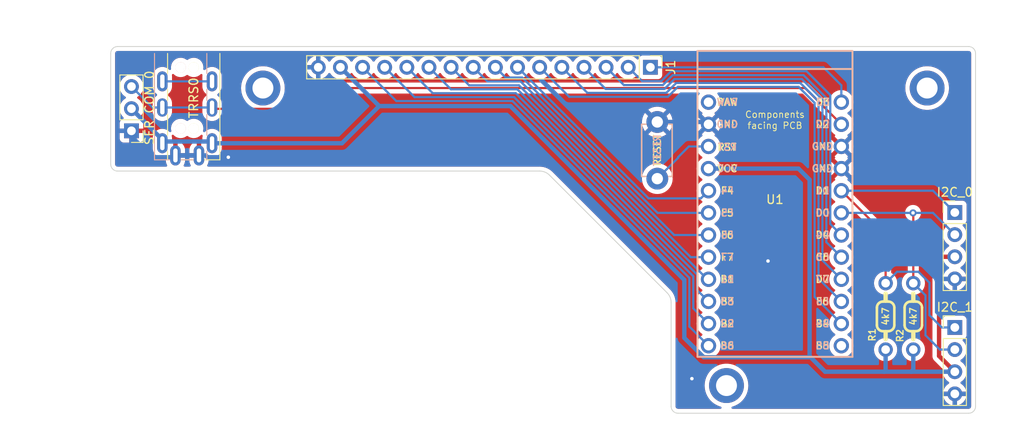
<source format=kicad_pcb>
(kicad_pcb (version 20240108) (generator "pcbnew") (generator_version "8.0")
  (layers (0 "F.Cu" signal) (31 "B.Cu" signal) (34 "B.Paste" user) (35 "F.Paste" user) (36 "B.SilkS" user "B.Silkscreen") (37 "F.SilkS" user "F.Silkscreen") (38 "B.Mask" user) (39 "F.Mask" user) (44 "Edge.Cuts" user))
  (net 0 "")
  (net 1 "Net-(SW_RST_0-Pad1)")
  (net 2 "Row0")
  (net 3 "I2C_SDA")
  (net 4 "I2C_SCL")
  (net 6 "Row1")
  (net 7 "Row2")
  (net 8 "Row3")
  (net 9 "Row4")
  (net 10 "LED_Ctrl")
  (net 11 "VCC")
  (net 12 "GND")
  (net 13 "Col0")
  (net 14 "Col1")
  (net 15 "Col2")
  (net 16 "Col3")
  (net 17 "Col4")
  (net 18 "Col5")
  (net 19 "Col6")
  (net 20 "Col7")
  (net 21 "Data")
  (net 22 "unconnected-(TRRS0-PadR2)")
  (footprint "Connector_PinHeader_2.54mm:PinHeader_1x04_P2.54mm_Vertical" (layer "F.Cu") (at 183.35625 50.79)
    (property "Reference" "I2C_0" (at 0 -2.33 0) (layer "F.SilkS"))
    (property "Value" "Conn_01x04_Female")
    (fp_line (start -1.33 -1.33) (end 0 -1.33) (stroke (width 0.12)) (layer "F.SilkS"))
    (fp_line (start -1.33 0) (end -1.33 -1.33) (stroke (width 0.12)) (layer "F.SilkS"))
    (fp_line (start -1.33 1.27) (end -1.33 8.95) (stroke (width 0.12)) (layer "F.SilkS"))
    (fp_line (start -1.33 1.27) (end 1.33 1.27) (stroke (width 0.12)) (layer "F.SilkS"))
    (fp_line (start -1.33 8.95) (end 1.33 8.95) (stroke (width 0.12)) (layer "F.SilkS"))
    (fp_line (start 1.33 1.27) (end 1.33 8.95) (stroke (width 0.12)) (layer "F.SilkS"))
    (pad "1" thru_hole rect (at 0 0) (size 1.7 1.7) (drill 1) (layers "*.Cu" "*.Mask") (net 3 "I2C_SDA"))
    (pad "2" thru_hole oval (at 0 2.54) (size 1.7 1.7) (drill 1) (layers "*.Cu" "*.Mask") (net 4 "I2C_SCL"))
    (pad "3" thru_hole oval (at 0 5.08) (size 1.7 1.7) (drill 1) (layers "*.Cu" "*.Mask") (net 11 "VCC"))
    (pad "4" thru_hole oval (at 0 7.62) (size 1.7 1.7) (drill 1) (layers "*.Cu" "*.Mask") (net 12 "GND"))
  )
  (footprint "Connector_PinHeader_2.54mm:PinHeader_1x16_P2.54mm_Vertical" (layer "F.Cu") (at 148.43125 34.13125 -90)
    (property "Reference" "J1" (at 0 -2.33 -90) (layer "F.SilkS"))
    (property "Value" "Conn_01x14_Female")
    (fp_line (start -1.33 39.43) (end 1.33 39.43) (stroke (width 0.12)) (layer "F.SilkS"))
    (fp_line (start -1.33 1.27) (end -1.33 39.43) (stroke (width 0.12)) (layer "F.SilkS"))
    (fp_line (start -1.33 1.27) (end 1.33 1.27) (stroke (width 0.12)) (layer "F.SilkS"))
    (fp_line (start 1.33 1.27) (end 1.33 39.43) (stroke (width 0.12)) (layer "F.SilkS"))
    (fp_line (start -1.33 0) (end -1.33 -1.33) (stroke (width 0.12)) (layer "F.SilkS"))
    (fp_line (start -1.33 -1.33) (end 0 -1.33) (stroke (width 0.12)) (layer "F.SilkS"))
    (pad "1" thru_hole rect (at 0 0 270) (size 1.7 1.7) (drill 1) (layers "*.Cu" "*.Mask") (net 10 "LED_Ctrl"))
    (pad "2" thru_hole oval (at 0 2.54 270) (size 1.7 1.7) (drill 1) (layers "*.Cu" "*.Mask") (net 2 "Row0"))
    (pad "3" thru_hole oval (at 0 5.08 270) (size 1.7 1.7) (drill 1) (layers "*.Cu" "*.Mask") (net 6 "Row1"))
    (pad "4" thru_hole oval (at 0 7.62 270) (size 1.7 1.7) (drill 1) (layers "*.Cu" "*.Mask") (net 7 "Row2"))
    (pad "5" thru_hole oval (at 0 10.16 270) (size 1.7 1.7) (drill 1) (layers "*.Cu" "*.Mask") (net 8 "Row3"))
    (pad "6" thru_hole oval (at 0 12.7 270) (size 1.7 1.7) (drill 1) (layers "*.Cu" "*.Mask") (net 9 "Row4"))
    (pad "7" thru_hole oval (at 0 15.24 270) (size 1.7 1.7) (drill 1) (layers "*.Cu" "*.Mask") (net 13 "Col0"))
    (pad "8" thru_hole oval (at 0 17.78 270) (size 1.7 1.7) (drill 1) (layers "*.Cu" "*.Mask") (net 14 "Col1"))
    (pad "9" thru_hole oval (at 0 20.32 270) (size 1.7 1.7) (drill 1) (layers "*.Cu" "*.Mask") (net 15 "Col2"))
    (pad "10" thru_hole oval (at 0 22.86 270) (size 1.7 1.7) (drill 1) (layers "*.Cu" "*.Mask") (net 16 "Col3"))
    (pad "11" thru_hole oval (at 0 25.4 270) (size 1.7 1.7) (drill 1) (layers "*.Cu" "*.Mask") (net 17 "Col4"))
    (pad "12" thru_hole oval (at 0 27.94 270) (size 1.7 1.7) (drill 1) (layers "*.Cu" "*.Mask") (net 18 "Col5"))
    (pad "13" thru_hole oval (at 0 30.48 270) (size 1.7 1.7) (drill 1) (layers "*.Cu" "*.Mask") (net 19 "Col6"))
    (pad "14" thru_hole oval (at 0 33.02 270) (size 1.7 1.7) (drill 1) (layers "*.Cu" "*.Mask") (net 20 "Col7"))
    (pad "15" thru_hole oval (at 0 35.56 270) (size 1.7 1.7) (drill 1) (layers "*.Cu" "*.Mask") (net 11 "VCC"))
    (pad "16" thru_hole oval (at 0 38.1 270) (size 1.7 1.7) (drill 1) (layers "*.Cu" "*.Mask") (net 12 "GND"))
  )
  (footprint "Keyboard_Components:M2_Mountinghole" (layer "F.Cu") (at 180.18125 36.5125)
    (property "Reference" "H1" (hide yes))
    (property "Value" "MountingHole")
    (pad "" thru_hole circle (at 0 0) (size 4 4) (drill 2.4) (layers "*.Cu" "*.Mask"))
  )
  (footprint "Keyboard_Components:M2_Mountinghole" (layer "F.Cu") (at 103.98125 36.5125)
    (property "Reference" "H3" (hide yes))
    (property "Value" "MountingHole")
    (pad "" thru_hole circle (at 0 0) (size 4 4) (drill 2.4) (layers "*.Cu" "*.Mask"))
  )
  (footprint "Keyboard_Components:Pro_Micro_ComponentsFacingPCB" (layer "F.Cu") (at 162.71875 32.7985)
    (property "Reference" "U1" (at 0 16.5 0) (layer "F.SilkS"))
    (property "Value" "ProMicro")
    (fp_line (start -8.89 -0.556) (end 8.89 -0.556) (stroke (width 0.2)) (layer "B.SilkS"))
    (fp_line (start -8.89 1.524) (end 8.89 1.524) (stroke (width 0.2)) (layer "B.SilkS"))
    (fp_line (start -8.89 34.544) (end -8.89 -0.556) (stroke (width 0.2)) (layer "B.SilkS"))
    (fp_line (start 8.89 -0.556) (end 8.89 34.544) (stroke (width 0.2)) (layer "B.SilkS"))
    (fp_line (start 8.89 34.544) (end -8.89 34.544) (stroke (width 0.2)) (layer "B.SilkS"))
    (fp_line (start -8.89 1.524) (end 8.89 1.524) (stroke (width 0.2)) (layer "F.SilkS"))
    (fp_rect (start 8.89 34.544) (end -8.89 -0.556) (stroke (width 0.2)) (fill none) (layer "F.SilkS"))
    (fp_text user "D4" (at 5.461001 20.574 0) (layer "B.SilkS") (effects (font (size 0.8 0.8)) (justify mirror)))
    (fp_text user "D1" (at 5.461 15.494 0) (layer "B.SilkS") (effects (font (size 0.8 0.8)) (justify mirror)))
    (fp_text user "VCC" (at -5.461 12.954 0) (layer "B.SilkS") (effects (font (size 0.8 0.8)) (justify mirror)))
    (fp_text user "RST" (at -5.443121 10.49 0) (layer "B.SilkS") (effects (font (size 0.8 0.8)) (justify mirror)))
    (fp_text user "F4" (at -5.461 15.494 0) (layer "B.SilkS") (effects (font (size 0.8 0.8)) (justify mirror)))
    (fp_text user "GND" (at -5.461001 7.874 0) (layer "B.SilkS") (effects (font (size 0.8 0.8)) (justify mirror)))
    (fp_text user "D7" (at 5.461 25.654 0) (layer "B.SilkS") (effects (font (size 0.8 0.8)) (justify mirror)))
    (fp_text user "RAW" (at -5.461 5.334 0) (layer "B.SilkS") (effects (font (size 0.8 0.8)) (justify mirror)))
    (fp_text user "F7" (at -5.461 23.114 0) (layer "B.SilkS") (effects (font (size 0.8 0.8)) (justify mirror)))
    (fp_text user "D3" (at 5.5 5.334 0) (layer "B.SilkS") (effects (font (size 0.8 0.8)) (justify mirror)))
    (fp_text user "B2" (at -5.461001 30.734 0) (layer "B.SilkS") (effects (font (size 0.8 0.8)) (justify mirror)))
    (fp_text user "E6" (at 5.461 28.194 0) (layer "B.SilkS") (effects (font (size 0.8 0.8)) (justify mirror)))
    (fp_text user "D0" (at 5.461001 18.034 0) (layer "B.SilkS") (effects (font (size 0.8 0.8)) (justify mirror)))
    (fp_text user "F5" (at -5.461001 18.034 0) (layer "B.SilkS") (effects (font (size 0.8 0.8)) (justify mirror)))
    (fp_text user "B1" (at -5.461 25.654 0) (layer "B.SilkS") (effects (font (size 0.8 0.8)) (justify mirror)))
    (fp_text user "GND" (at 5.461 12.954 0) (layer "B.SilkS") (effects (font (size 0.8 0.8)) (justify mirror)))
    (fp_text user "D2" (at 5.461001 7.874 0) (layer "B.SilkS") (effects (font (size 0.8 0.8)) (justify mirror)))
    (fp_text user "B6" (at -5.461 33.274 0) (layer "B.SilkS") (effects (font (size 0.8 0.8)) (justify mirror)))
    (fp_text user "B5" (at 5.461 33.274 0) (layer "B.SilkS") (effects (font (size 0.8 0.8)) (justify mirror)))
    (fp_text user "GND" (at 5.461 10.414 0) (layer "B.SilkS") (effects (font (size 0.8 0.8)) (justify mirror)))
    (fp_text user "C6" (at 5.461 23.114 0) (layer "B.SilkS") (effects (font (size 0.8 0.8)) (justify mirror)))
    (fp_text user "B3" (at -5.461 28.194 0) (layer "B.SilkS") (effects (font (size 0.8 0.8)) (justify mirror)))
    (fp_text user "F6" (at -5.461001 20.574 0) (layer "B.SilkS") (effects (font (size 0.8 0.8)) (justify mirror)))
    (fp_text user "B4" (at 5.461001 30.734 0) (layer "B.SilkS") (effects (font (size 0.8 0.8)) (justify mirror)))
    (fp_text user "D7" (at 5.461 25.654 0) (layer "F.SilkS") (effects (font (size 0.8 0.8))))
    (fp_text user "F4" (at -5.461 15.494 0) (layer "F.SilkS") (effects (font (size 0.8 0.8))))
    (fp_text user "F6" (at -5.461001 20.574 0) (layer "F.SilkS") (effects (font (size 0.8 0.8))))
    (fp_text user "F7" (at -5.461 23.114 0) (layer "F.SilkS") (effects (font (size 0.8 0.8))))
    (fp_text user "D0" (at 5.461001 18.034 0) (layer "F.SilkS") (effects (font (size 0.8 0.8))))
    (fp_text user "B5" (at 5.461 33.274 0) (layer "F.SilkS") (effects (font (size 0.8 0.8))))
    (fp_text user "D3" (at 5.5 5.334 0) (layer "F.SilkS") (effects (font (size 0.8 0.8))))
    (fp_text user "C6" (at 5.461 23.114 0) (layer "F.SilkS") (effects (font (size 0.8 0.8))))
    (fp_text user "GND" (at 5.461 10.414 0) (layer "F.SilkS") (effects (font (size 0.8 0.8))))
    (fp_text user "B3" (at -5.461 28.194 0) (layer "F.SilkS") (effects (font (size 0.8 0.8))))
    (fp_text user "F5" (at -5.461001 18.034 0) (layer "F.SilkS") (effects (font (size 0.8 0.8))))
    (fp_text user "facing PCB" (at 0 8.02 0) (layer "F.SilkS") (effects (font (size 0.75 0.75) (thickness 0.1))))
    (fp_text user "GND" (at 5.461 12.954 0) (layer "F.SilkS") (effects (font (size 0.8 0.8))))
    (fp_text user "RST" (at -5.5 10.5 0) (layer "F.SilkS") (effects (font (size 0.8 0.8))))
    (fp_text user "VCC" (at -5.461 12.954 0) (layer "F.SilkS") (effects (font (size 0.8 0.8))))
    (fp_text user "B4" (at 5.461001 30.734 0) (layer "F.SilkS") (effects (font (size 0.8 0.8))))
    (fp_text user "GND" (at -5.461001 7.874 0) (layer "F.SilkS") (effects (font (size 0.8 0.8))))
    (fp_text user "B1" (at -5.461 25.654 0) (layer "F.SilkS") (effects (font (size 0.8 0.8))))
    (fp_text user "Components" (at 0 6.75 0) (layer "F.SilkS") (effects (font (size 0.75 0.75) (thickness 0.1))))
    (fp_text user "D1" (at 5.461 15.494 0) (layer "F.SilkS") (effects (font (size 0.8 0.8))))
    (fp_text user "B6" (at -5.461 33.274 0) (layer "F.SilkS") (effects (font (size 0.8 0.8))))
    (fp_text user "B2" (at -5.461001 30.734 0) (layer "F.SilkS") (effects (font (size 0.8 0.8))))
    (fp_text user "D2" (at 5.461001 7.874 0) (layer "F.SilkS") (effects (font (size 0.8 0.8))))
    (fp_text user "RAW" (at -5.461 5.334 0) (layer "F.SilkS") (effects (font (size 0.8 0.8))))
    (fp_text user "E6" (at 5.461 28.194 0) (layer "F.SilkS") (effects (font (size 0.8 0.8))))
    (fp_text user "D4" (at 5.461001 20.574 0) (layer "F.SilkS") (effects (font (size 0.8 0.8))))
    (pad "1" thru_hole circle (at 7.62 5.334 90) (size 1.7526 1.7526) (drill 1.0922) (layers "*.Cu" "*.Mask") (net 10 "LED_Ctrl"))
    (pad "2" thru_hole circle (at 7.62 7.874 90) (size 1.7526 1.7526) (drill 1.0922) (layers "*.Cu" "*.Mask") (net 21 "Data"))
    (pad "3" thru_hole circle (at 7.62 10.414 90) (size 1.7526 1.7526) (drill 1.0922) (layers "*.Cu" "*.Mask") (net 12 "GND"))
    (pad "4" thru_hole circle (at 7.62 12.954 90) (size 1.7526 1.7526) (drill 1.0922) (layers "*.Cu" "*.Mask") (net 12 "GND"))
    (pad "5" thru_hole circle (at 7.62 15.494 90) (size 1.7526 1.7526) (drill 1.0922) (layers "*.Cu" "*.Mask") (net 3 "I2C_SDA"))
    (pad "6" thru_hole circle (at 7.62 18.034 90) (size 1.7526 1.7526) (drill 1.0922) (layers "*.Cu" "*.Mask") (net 4 "I2C_SCL"))
    (pad "7" thru_hole circle (at 7.62 20.574 90) (size 1.7526 1.7526) (drill 1.0922) (layers "*.Cu" "*.Mask") (net 2 "Row0"))
    (pad "8" thru_hole circle (at 7.62 23.114 90) (size 1.7526 1.7526) (drill 1.0922) (layers "*.Cu" "*.Mask") (net 6 "Row1"))
    (pad "9" thru_hole circle (at 7.62 25.654 90) (size 1.7526 1.7526) (drill 1.0922) (layers "*.Cu" "*.Mask") (net 7 "Row2"))
    (pad "10" thru_hole circle (at 7.62 28.194 90) (size 1.7526 1.7526) (drill 1.0922) (layers "*.Cu" "*.Mask") (net 8 "Row3"))
    (pad "11" thru_hole circle (at 7.62 30.734 90) (size 1.7526 1.7526) (drill 1.0922) (layers "*.Cu" "*.Mask") (net 9 "Row4"))
    (pad "12" thru_hole circle (at 7.62 33.274 90) (size 1.7526 1.7526) (drill 1.0922) (layers "*.Cu" "*.Mask"))
    (pad "13" thru_hole circle (at -7.62 33.274 90) (size 1.7526 1.7526) (drill 1.0922) (layers "*.Cu" "*.Mask") (net 20 "Col7"))
    (pad "14" thru_hole circle (at -7.62 30.734 90) (size 1.7526 1.7526) (drill 1.0922) (layers "*.Cu" "*.Mask") (net 19 "Col6"))
    (pad "15" thru_hole circle (at -7.62 28.194 90) (size 1.7526 1.7526) (drill 1.0922) (layers "*.Cu" "*.Mask") (net 18 "Col5"))
    (pad "16" thru_hole circle (at -7.62 25.654 90) (size 1.7526 1.7526) (drill 1.0922) (layers "*.Cu" "*.Mask") (net 17 "Col4"))
    (pad "17" thru_hole circle (at -7.62 23.114 90) (size 1.7526 1.7526) (drill 1.0922) (layers "*.Cu" "*.Mask") (net 16 "Col3"))
    (pad "18" thru_hole circle (at -7.62 20.574 90) (size 1.7526 1.7526) (drill 1.0922) (layers "*.Cu" "*.Mask") (net 15 "Col2"))
    (pad "19" thru_hole circle (at -7.62 18.034 90) (size 1.7526 1.7526) (drill 1.0922) (layers "*.Cu" "*.Mask") (net 14 "Col1"))
    (pad "20" thru_hole circle (at -7.62 15.494 90) (size 1.7526 1.7526) (drill 1.0922) (layers "*.Cu" "*.Mask") (net 13 "Col0"))
    (pad "21" thru_hole circle (at -7.62 12.954 90) (size 1.7526 1.7526) (drill 1.0922) (layers "*.Cu" "*.Mask") (net 11 "VCC"))
    (pad "22" thru_hole circle (at -7.62 10.414 90) (size 1.7526 1.7526) (drill 1.0922) (layers "*.Cu" "*.Mask") (net 1 "Net-(SW_RST_0-Pad1)"))
    (pad "23" thru_hole circle (at -7.62 7.874 90) (size 1.7526 1.7526) (drill 1.0922) (layers "*.Cu" "*.Mask") (net 12 "GND"))
    (pad "24" thru_hole circle (at -7.62 5.334 90) (size 1.7526 1.7526) (drill 1.0922) (layers "*.Cu" "*.Mask"))
  )
  (footprint "Keyboard_Components:Resistor" (layer "F.Cu") (at 175.41875 62.70625 90)
    (property "Reference" "R1" (at -2.12375 -1.53875 90) (layer "F.SilkS") (effects (font (size 0.75 0.75))))
    (property "Value" "4k7" (at 0 0 90) (layer "F.SilkS") (effects (font (size 0.75 0.75))))
    (fp_line (start -1 -1) (end 1 -1) (stroke (width 0.3)) (layer "F.SilkS"))
    (fp_line (start 1.7 -0.3) (end 1.7 0.3) (stroke (width 0.3)) (layer "F.SilkS"))
    (fp_line (start 2.6 0) (end 1.8 0) (stroke (width 0.5)) (layer "F.SilkS"))
    (fp_line (start -2.6 0) (end -1.8 0) (stroke (width 0.5)) (layer "F.SilkS"))
    (fp_line (start -1.7 0.3) (end -1.7 -0.3) (stroke (width 0.3)) (layer "F.SilkS"))
    (fp_line (start 1 1) (end -1 1) (stroke (width 0.3)) (layer "F.SilkS"))
    (fp_arc (start 1 -1) (mid 1.494975 -0.794975) (end 1.7 -0.3) (stroke (width 0.3)) (layer "F.SilkS"))
    (fp_arc (start -1.7 -0.3) (mid -1.494975 -0.794975) (end -1 -1) (stroke (width 0.3)) (layer "F.SilkS"))
    (fp_arc (start 1.7 0.3) (mid 1.494975 0.794975) (end 1 1) (stroke (width 0.3)) (layer "F.SilkS"))
    (fp_arc (start -1 1) (mid -1.494975 0.794975) (end -1.7 0.3) (stroke (width 0.3)) (layer "F.SilkS"))
    (pad "1" thru_hole circle (at -3.81 0 90) (size 1.65 1.65) (drill 0.9906) (layers "*.Cu" "*.Mask") (net 11 "VCC"))
    (pad "2" thru_hole circle (at 3.81 0 90) (size 1.65 1.65) (drill 0.9906) (layers "*.Cu" "*.Mask") (net 3 "I2C_SDA"))
  )
  (footprint "Keyboard_Components:Resistor" (layer "F.Cu") (at 178.59375 62.70625 90)
    (property "Reference" "R2" (at -2.21375 -1.52375 90) (layer "F.SilkS") (effects (font (size 0.75 0.75))))
    (property "Value" "4k7" (at 0 0 90) (layer "F.SilkS") (effects (font (size 0.75 0.75))))
    (fp_line (start -1 -1) (end 1 -1) (stroke (width 0.3)) (layer "F.SilkS"))
    (fp_line (start 1.7 -0.3) (end 1.7 0.3) (stroke (width 0.3)) (layer "F.SilkS"))
    (fp_line (start 2.6 0) (end 1.8 0) (stroke (width 0.5)) (layer "F.SilkS"))
    (fp_line (start -2.6 0) (end -1.8 0) (stroke (width 0.5)) (layer "F.SilkS"))
    (fp_line (start -1.7 0.3) (end -1.7 -0.3) (stroke (width 0.3)) (layer "F.SilkS"))
    (fp_line (start 1 1) (end -1 1) (stroke (width 0.3)) (layer "F.SilkS"))
    (fp_arc (start 1 -1) (mid 1.494975 -0.794975) (end 1.7 -0.3) (stroke (width 0.3)) (layer "F.SilkS"))
    (fp_arc (start -1.7 -0.3) (mid -1.494975 -0.794975) (end -1 -1) (stroke (width 0.3)) (layer "F.SilkS"))
    (fp_arc (start 1.7 0.3) (mid 1.494975 0.794975) (end 1 1) (stroke (width 0.3)) (layer "F.SilkS"))
    (fp_arc (start -1 1) (mid -1.494975 0.794975) (end -1.7 0.3) (stroke (width 0.3)) (layer "F.SilkS"))
    (pad "1" thru_hole circle (at -3.81 0 90) (size 1.65 1.65) (drill 0.9906) (layers "*.Cu" "*.Mask") (net 11 "VCC"))
    (pad "2" thru_hole circle (at 3.81 0 90) (size 1.65 1.65) (drill 0.9906) (layers "*.Cu" "*.Mask") (net 4 "I2C_SCL"))
  )
  (footprint "Connector_PinHeader_2.54mm:PinHeader_1x03_P2.54mm_Vertical" (layer "F.Cu") (at 88.9 41.41875 180)
    (property "Reference" "SER_COM_0" (at -2.07 2.63875 -90) (layer "F.SilkS"))
    (property "Value" "Conn_01x03_Female")
    (fp_line (start 1.33 1.27) (end 1.33 6.41) (stroke (width 0.12)) (layer "F.SilkS"))
    (fp_line (start -1.33 6.41) (end 1.33 6.41) (stroke (width 0.12)) (layer "F.SilkS"))
    (fp_line (start -1.33 1.27) (end 1.33 1.27) (stroke (width 0.12)) (layer "F.SilkS"))
    (fp_line (start -1.33 1.27) (end -1.33 6.41) (stroke (width 0.12)) (layer "F.SilkS"))
    (fp_line (start -1.33 0) (end -1.33 -1.33) (stroke (width 0.12)) (layer "F.SilkS"))
    (fp_line (start -1.33 -1.33) (end 0 -1.33) (stroke (width 0.12)) (layer "F.SilkS"))
    (pad "1" thru_hole rect (at 0 0 180) (size 1.7 1.7) (drill 1) (layers "*.Cu" "*.Mask") (net 12 "GND"))
    (pad "2" thru_hole oval (at 0 2.54 180) (size 1.7 1.7) (drill 1) (layers "*.Cu" "*.Mask") (net 11 "VCC"))
    (pad "3" thru_hole oval (at 0 5.08 180) (size 1.7 1.7) (drill 1) (layers "*.Cu" "*.Mask") (net 21 "Data"))
  )
  (footprint "Connector_PinHeader_2.54mm:PinHeader_1x04_P2.54mm_Vertical" (layer "F.Cu") (at 183.35625 63.97625)
    (property "Reference" "I2C_1" (at 0 -2.33 0) (layer "F.SilkS"))
    (property "Value" "Conn_01x04_Female")
    (fp_line (start -1.33 -1.33) (end 0 -1.33) (stroke (width 0.12)) (layer "F.SilkS"))
    (fp_line (start -1.33 0) (end -1.33 -1.33) (stroke (width 0.12)) (layer "F.SilkS"))
    (fp_line (start -1.33 1.27) (end -1.33 8.95) (stroke (width 0.12)) (layer "F.SilkS"))
    (fp_line (start -1.33 1.27) (end 1.33 1.27) (stroke (width 0.12)) (layer "F.SilkS"))
    (fp_line (start -1.33 8.95) (end 1.33 8.95) (stroke (width 0.12)) (layer "F.SilkS"))
    (fp_line (start 1.33 1.27) (end 1.33 8.95) (stroke (width 0.12)) (layer "F.SilkS"))
    (pad "1" thru_hole rect (at 0 0) (size 1.7 1.7) (drill 1) (layers "*.Cu" "*.Mask") (net 3 "I2C_SDA"))
    (pad "2" thru_hole oval (at 0 2.54) (size 1.7 1.7) (drill 1) (layers "*.Cu" "*.Mask") (net 4 "I2C_SCL"))
    (pad "3" thru_hole oval (at 0 5.08) (size 1.7 1.7) (drill 1) (layers "*.Cu" "*.Mask") (net 11 "VCC"))
    (pad "4" thru_hole oval (at 0 7.62) (size 1.7 1.7) (drill 1) (layers "*.Cu" "*.Mask") (net 12 "GND"))
  )
  (footprint "Keyboard_Components:M2_Mountinghole" (layer "F.Cu") (at 157.1625 70.64375)
    (property "Reference" "H2" (hide yes))
    (property "Value" "MountingHole")
    (pad "" thru_hole circle (at 0 0) (size 4 4) (drill 2.4) (layers "*.Cu" "*.Mask"))
  )
  (footprint "Keyboard_Components:Reset_Switch" (layer "F.Cu") (at 149.225 43.65625 90)
    (property "Reference" "SW_RST_0" (hide yes))
    (property "Value" "SW_Push" (hide yes))
    (fp_line (start 3 -1.8) (end 3 -1.32) (stroke (width 0.15)) (layer "B.SilkS"))
    (fp_line (start -3 -1.8) (end 3 -1.8) (stroke (width 0.15)) (layer "B.SilkS"))
    (fp_line (start -3 -1.8) (end 2.9 -1.8) (stroke (width 0.15)) (layer "B.SilkS"))
    (fp_line (start -3 -1.8) (end -3 -1.32) (stroke (width 0.15)) (layer "B.SilkS"))
    (fp_line (start 3 1.7) (end 3 1.32) (stroke (width 0.15)) (layer "B.SilkS"))
    (fp_line (start 3 1.7) (end -3 1.7) (stroke (width 0.15)) (layer "B.SilkS"))
    (fp_line (start -3 1.7) (end -3 1.32) (stroke (width 0.15)) (layer "B.SilkS"))
    (fp_line (start 3 -1.8) (end -3 -1.8) (stroke (width 0.15)) (layer "F.SilkS"))
    (fp_line (start 3 -1.8) (end 3 -1.32) (stroke (width 0.15)) (layer "F.SilkS"))
    (fp_line (start -3 -1.8) (end -3 -1.32) (stroke (width 0.15)) (layer "F.SilkS"))
    (fp_line (start 3 1.7) (end 3 1.32) (stroke (width 0.15)) (layer "F.SilkS"))
    (fp_line (start -3 1.7) (end -3 1.32) (stroke (width 0.15)) (layer "F.SilkS"))
    (fp_line (start -3 1.7) (end 3 1.7) (stroke (width 0.15)) (layer "F.SilkS"))
    (fp_text user "RESET" (at 0 0 -90) (layer "B.SilkS") (effects (font (size 0.8 0.8)) (justify mirror)))
    (fp_text user "RESET" (at 0 0 90) (layer "F.SilkS") (effects (font (size 0.8 0.8))))
    (pad "1" thru_hole circle (at -3.25 0 90) (size 2.5 2.5) (drill 1.3) (layers "*.Cu" "*.Mask") (net 1 "Net-(SW_RST_0-Pad1)"))
    (pad "2" thru_hole circle (at 3.25 0 90) (size 2.5 2.5) (drill 1.3) (layers "*.Cu" "*.Mask") (net 12 "GND"))
  )
  (footprint "Keyboard_Components:TRRS_PJ-320A_Doublesided" (layer "F.Cu") (at 96.04375 32.54375)
    (property "Reference" "TRRS0" (at 0 5.1 90) (layer "F.SilkS"))
    (property "Value" "TRRS_Connector")
    (fp_line (start -4.5 12.2) (end -4.5 0) (stroke (width 0.12)) (layer "B.SilkS"))
    (fp_line (start -2.8 12.2) (end -4.5 12.2) (stroke (width 0.12)) (layer "B.SilkS"))
    (fp_line (start -0.1 12.2) (end -1.4 12.2) (stroke (width 0.12)) (layer "B.SilkS"))
    (fp_line (start 1.5 0) (end 1.5 2.3) (stroke (width 0.12)) (layer "B.SilkS"))
    (fp_line (start 1.5 4.1) (end 1.5 5.4) (stroke (width 0.12)) (layer "B.SilkS"))
    (fp_line (start 1.5 7) (end 1.5 9.4) (stroke (width 0.12)) (layer "B.SilkS"))
    (fp_line (start 1.5 11.2) (end 1.5 12.2) (stroke (width 0.12)) (layer "B.SilkS"))
    (fp_line (start -3 0) (end -3 2.3) (stroke (width 0.12)) (layer "F.SilkS"))
    (fp_line (start -3 4.1) (end -3 5.4) (stroke (width 0.12)) (layer "F.SilkS"))
    (fp_line (start -3 7) (end -3 9.4) (stroke (width 0.12)) (layer "F.SilkS"))
    (fp_line (start -3 11.2) (end -3 12.2) (stroke (width 0.12)) (layer "F.SilkS"))
    (fp_line (start -1.4 12.2) (end -0.1 12.2) (stroke (width 0.12)) (layer "F.SilkS"))
    (fp_line (start 1.3 12.2) (end 3 12.2) (stroke (width 0.12)) (layer "F.SilkS"))
    (fp_line (start 3 12.2) (end 3 0) (stroke (width 0.12)) (layer "F.SilkS"))
    (pad "" np_thru_hole circle (at -1.5 1.6) (size 1.2 1.2) (drill 1.2) (layers "F&B.Cu" "*.Mask" "B.SilkS"))
    (pad "" np_thru_hole circle (at -1.5 8.6) (size 1.2 1.2) (drill 1.2) (layers "F&B.Cu" "*.Mask" "B.SilkS"))
    (pad "" np_thru_hole circle (at 0 1.6) (size 1.2 1.2) (drill 1.2) (layers "F&B.Cu" "*.Mask" "F.SilkS"))
    (pad "" np_thru_hole circle (at 0 8.6) (size 1.2 1.2) (drill 1.2) (layers "F&B.Cu" "*.Mask" "F.SilkS"))
    (pad "R1" thru_hole oval (at -3.6 6.2) (size 1.2 2.1) (drill oval 0.5 1.6) (layers "*.Cu" "*.Mask") (net 21 "Data"))
    (pad "R1" thru_hole oval (at 2.1 6.2) (size 1.2 2.1) (drill oval 0.5 1.6) (layers "*.Cu" "*.Mask") (net 21 "Data"))
    (pad "R2" thru_hole oval (at -3.6 3.2) (size 1.2 2.3) (drill oval 0.5 1.6) (layers "*.Cu" "*.Mask") (net 22 "unconnected-(TRRS0-PadR2)"))
    (pad "R2" thru_hole oval (at 2.1 3.2) (size 1.2 2.3) (drill oval 0.5 1.6) (layers "*.Cu" "*.Mask") (net 22 "unconnected-(TRRS0-PadR2)"))
    (pad "S" thru_hole oval (at -2.1 11.7) (size 1.2 2.3) (drill oval 0.5 1.6) (layers "*.Cu" "*.Mask") (net 12 "GND"))
    (pad "S" thru_hole oval (at 0.6 11.7) (size 1.2 2.3) (drill oval 0.5 1.6) (layers "*.Cu" "*.Mask") (net 12 "GND"))
    (pad "T" thru_hole oval (at -3.6 10.3) (size 1.2 2.3) (drill oval 0.5 1.6) (layers "*.Cu" "*.Mask") (net 11 "VCC"))
    (pad "T" thru_hole oval (at 2.1 10.3) (size 1.2 2.3) (drill oval 0.5 1.6) (layers "*.Cu" "*.Mask") (net 11 "VCC"))
  )
  (gr_arc (start 150.347531 59.996219) (mid 150.691657 60.511241) (end 150.812499 61.11875) (stroke (width 0.1)) (layer "Edge.Cuts"))
  (gr_arc (start 184.94375 31.75) (mid 185.505016 31.982484) (end 185.7375 32.54375) (stroke (width 0.1)) (layer "Edge.Cuts"))
  (gr_line (start 150.8125 61.11875) (end 150.8125 73.025) (stroke (width 0.1)) (layer "Edge.Cuts"))
  (gr_line (start 185.7375 32.54375) (end 185.7375 73.025) (stroke (width 0.1)) (layer "Edge.Cuts"))
  (gr_arc (start 151.60625 73.81875) (mid 151.044984 73.586266) (end 150.8125 73.025) (stroke (width 0.1)) (layer "Edge.Cuts"))
  (gr_line (start 184.94375 73.81875) (end 151.60625 73.81875) (stroke (width 0.1)) (layer "Edge.Cuts"))
  (gr_arc (start 135.73125 46.0375) (mid 136.33876 46.158341) (end 136.853782 46.502468) (stroke (width 0.1)) (layer "Edge.Cuts"))
  (gr_arc (start 86.51875 32.54375) (mid 86.751234 31.982484) (end 87.3125 31.75) (stroke (width 0.1)) (layer "Edge.Cuts"))
  (gr_line (start 86.51875 45.24375) (end 86.51875 32.54375) (stroke (width 0.1)) (layer "Edge.Cuts"))
  (gr_arc (start 87.3125 46.0375) (mid 86.751234 45.805016) (end 86.51875 45.24375) (stroke (width 0.1)) (layer "Edge.Cuts"))
  (gr_line (start 87.3125 31.75) (end 184.94375 31.75) (stroke (width 0.1)) (layer "Edge.Cuts"))
  (gr_arc (start 185.7375 73.025) (mid 185.505016 73.586266) (end 184.94375 73.81875) (stroke (width 0.1)) (layer "Edge.Cuts"))
  (gr_line (start 135.73125 46.0375) (end 87.3125 46.0375) (stroke (width 0.1)) (layer "Edge.Cuts"))
  (gr_line (start 150.347531 59.996219) (end 136.853782 46.502468) (stroke (width 0.1)) (layer "Edge.Cuts"))
  (segment (start 149.225 46.90625) (end 151.60625 44.525) (width 0.25) (layer "B.Cu") (net 1))
  (segment (start 151.60625 44.525) (end 151.60625 44.45) (width 0.25) (layer "B.Cu") (net 1))
  (segment (start 151.60625 44.45) (end 152.84375 43.2125) (width 0.25) (layer "B.Cu") (net 1))
  (segment (start 152.84375 43.2125) (end 155.09875 43.2125) (width 0.25) (layer "B.Cu") (net 1))
  (segment (start 169.06875 37.30625) (end 169.06875 52.1025) (width 0.25) (layer "B.Cu") (net 2))
  (segment (start 149.67452 35.71875) (end 150.8125 34.58077) (width 0.25) (layer "B.Cu") (net 2))
  (segment (start 147.47875 35.71875) (end 149.67452 35.71875) (width 0.25) (layer "B.Cu") (net 2))
  (segment (start 169.06875 52.1025) (end 170.33875 53.3725) (width 0.25) (layer "B.Cu") (net 2))
  (segment (start 150.8125 34.58077) (end 166.34327 34.58077) (width 0.25) (layer "B.Cu") (net 2))
  (segment (start 166.34327 34.58077) (end 169.06875 37.30625) (width 0.25) (layer "B.Cu") (net 2))
  (segment (start 145.89125 34.13125) (end 147.47875 35.71875) (width 0.25) (layer "B.Cu") (net 2))
  (segment (start 175.41875 58.89625) (end 175.41875 53.3725) (width 0.25) (layer "F.Cu") (net 3))
  (segment (start 175.41875 53.3725) (end 170.33875 48.2925) (width 0.25) (layer "F.Cu") (net 3))
  (segment (start 170.33875 48.2925) (end 180.85875 48.2925) (width 0.25) (layer "B.Cu") (net 3))
  (segment (start 180.43952 58.83952) (end 180.43952 62.56) (width 0.25) (layer "B.Cu") (net 3))
  (segment (start 176.725 57.59) (end 179.19 57.59) (width 0.25) (layer "B.Cu") (net 3))
  (segment (start 179.19 57.59) (end 180.43952 58.83952) (width 0.25) (layer "B.Cu") (net 3))
  (segment (start 180.85875 48.2925) (end 183.35625 50.79) (width 0.25) (layer "B.Cu") (net 3))
  (segment (start 175.41875 58.89625) (end 176.725 57.59) (width 0.25) (layer "B.Cu") (net 3))
  (segment (start 181.85577 63.97625) (end 183.35625 63.97625) (width 0.25) (layer "B.Cu") (net 3))
  (segment (start 180.43952 62.56) (end 181.85577 63.97625) (width 0.25) (layer "B.Cu") (net 3))
  (segment (start 178.59375 58.89625) (end 178.59375 50.86375) (width 0.25) (layer "F.Cu") (net 4))
  (segment (start 178.59375 50.86375) (end 178.5625 50.8325) (width 0.25) (layer "F.Cu") (net 4))
  (via (at 178.5625 50.8325) (size 0.8) (drill 0.4) (layers "F.Cu" "B.Cu") (net 4))
  (segment (start 179.99 60.2925) (end 179.99 64.87) (width 0.25) (layer "B.Cu") (net 4))
  (segment (start 170.33875 50.8325) (end 178.5625 50.8325) (width 0.25) (layer "B.Cu") (net 4))
  (segment (start 181.63625 66.51625) (end 183.35625 66.51625) (width 0.25) (layer "B.Cu") (net 4))
  (segment (start 178.59375 58.89625) (end 179.99 60.2925) (width 0.25) (layer "B.Cu") (net 4))
  (segment (start 180.85875 50.8325) (end 183.35625 53.33) (width 0.25) (layer "B.Cu") (net 4))
  (segment (start 179.99 64.87) (end 181.63625 66.51625) (width 0.25) (layer "B.Cu") (net 4))
  (segment (start 178.5625 50.8325) (end 180.85875 50.8325) (width 0.25) (layer "B.Cu") (net 4))
  (segment (start 165.99904 35.03029) (end 168.61923 37.65048) (width 0.25) (layer "B.Cu") (net 6))
  (segment (start 168.61923 37.65048) (end 168.61923 54.19298) (width 0.25) (layer "B.Cu") (net 6))
  (segment (start 150.998698 35.03029) (end 165.99904 35.03029) (width 0.25) (layer "B.Cu") (net 6))
  (segment (start 168.61923 54.19298) (end 170.33875 55.9125) (width 0.25) (layer "B.Cu") (net 6))
  (segment (start 143.35125 34.13125) (end 145.38827 36.16827) (width 0.25) (layer "B.Cu") (net 6))
  (segment (start 149.860718 36.16827) (end 150.998698 35.03029) (width 0.25) (layer "B.Cu") (net 6))
  (segment (start 145.38827 36.16827) (end 149.860718 36.16827) (width 0.25) (layer "B.Cu") (net 6))
  (segment (start 150.046916 36.61779) (end 151.184896 35.47981) (width 0.25) (layer "B.Cu") (net 7))
  (segment (start 151.184896 35.47981) (end 165.812842 35.47981) (width 0.25) (layer "B.Cu") (net 7))
  (segment (start 140.81125 34.13125) (end 143.29779 36.61779) (width 0.25) (layer "B.Cu") (net 7))
  (segment (start 168.16971 56.28346) (end 170.33875 58.4525) (width 0.25) (layer "B.Cu") (net 7))
  (segment (start 165.812842 35.47981) (end 168.16971 37.836678) (width 0.25) (layer "B.Cu") (net 7))
  (segment (start 168.16971 37.836678) (end 168.16971 56.28346) (width 0.25) (layer "B.Cu") (net 7))
  (segment (start 143.29779 36.61779) (end 150.046916 36.61779) (width 0.25) (layer "B.Cu") (net 7))
  (segment (start 138.27125 34.13125) (end 141.20731 37.06731) (width 0.25) (layer "B.Cu") (net 8))
  (segment (start 167.72019 58.37394) (end 170.33875 60.9925) (width 0.25) (layer "B.Cu") (net 8))
  (segment (start 141.20731 37.06731) (end 150.25769 37.06731) (width 0.25) (layer "B.Cu") (net 8))
  (segment (start 167.72019 38.022876) (end 167.72019 58.37394) (width 0.25) (layer "B.Cu") (net 8))
  (segment (start 151.39567 35.92933) (end 165.626644 35.92933) (width 0.25) (layer "B.Cu") (net 8))
  (segment (start 165.626644 35.92933) (end 167.72019 38.022876) (width 0.25) (layer "B.Cu") (net 8))
  (segment (start 150.25769 37.06731) (end 151.39567 35.92933) (width 0.25) (layer "B.Cu") (net 8))
  (segment (start 135.73125 34.13125) (end 139.11683 37.51683) (width 0.25) (layer "B.Cu") (net 9))
  (segment (start 151.581868 36.37885) (end 165.440446 36.37885) (width 0.25) (layer "B.Cu") (net 9))
  (segment (start 167.27067 38.209074) (end 167.27067 60.46442) (width 0.25) (layer "B.Cu") (net 9))
  (segment (start 150.443887 37.51683) (end 151.581868 36.37885) (width 0.25) (layer "B.Cu") (net 9))
  (segment (start 165.440446 36.37885) (end 167.27067 38.209074) (width 0.25) (layer "B.Cu") (net 9))
  (segment (start 167.27067 60.46442) (end 170.33875 63.5325) (width 0.25) (layer "B.Cu") (net 9))
  (segment (start 139.11683 37.51683) (end 150.443887 37.51683) (width 0.25) (layer "B.Cu") (net 9))
  (segment (start 170.33875 36.195) (end 170.33875 38.1325) (width 0.25) (layer "B.Cu") (net 10))
  (segment (start 168.275 34.13125) (end 170.33875 36.195) (width 0.25) (layer "B.Cu") (net 10))
  (segment (start 148.43125 34.13125) (end 168.275 34.13125) (width 0.25) (layer "B.Cu") (net 10))
  (segment (start 183.35625 69.05625) (end 181.55 67.25) (width 0.5) (layer "F.Cu") (net 11))
  (segment (start 181.55 67.25) (end 181.55 55.73) (width 0.5) (layer "F.Cu") (net 11))
  (segment (start 183.35625 55.87) (end 181.69 55.87) (width 0.5) (layer "F.Cu") (net 11))
  (segment (start 181.69 55.87) (end 181.55 55.73) (width 0.5) (layer "F.Cu") (net 11))
  (segment (start 175.41875 68.89375) (end 175.25625 69.05625) (width 0.5) (layer "B.Cu") (net 11))
  (segment (start 178.34625 69.05625) (end 175.25625 69.05625) (width 0.5) (layer "B.Cu") (net 11))
  (segment (start 154.54958 67.398311) (end 152.326441 65.175172) (width 0.5) (layer "B.Cu") (net 11))
  (segment (start 92.44375 42.4375) (end 92.44375 42.84375) (width 0.5) (layer "B.Cu") (net 11))
  (segment (start 92.64327 42.64423) (end 97.94423 42.64423) (width 0.5) (layer "B.Cu") (net 11))
  (segment (start 132.374881 38.577401) (end 117.317401 38.577401) (width 0.5) (layer "B.Cu") (net 11))
  (segment (start 175.25625 69.05625) (end 168.47625 69.05625) (width 0.5) (layer "B.Cu") (net 11))
  (segment (start 88.9 38.87875) (end 88.9 38.89375) (width 0.5) (layer "B.Cu") (net 11))
  (segment (start 168.47625 69.05625) (end 166.69615 67.27615) (width 0.5) (layer "B.Cu") (net 11))
  (segment (start 152.326441 58.528961) (end 132.374881 38.577401) (width 0.5) (layer "B.Cu") (net 11))
  (segment (start 98.14375 42.84375) (end 113.051052 42.84375) (width 0.5) (layer "B.Cu") (net 11))
  (segment (start 152.326441 65.175172) (end 152.326441 58.528961) (width 0.5) (layer "B.Cu") (net 11))
  (segment (start 88.9 38.89375) (end 92.44375 42.4375) (width 0.5) (layer "B.Cu") (net 11))
  (segment (start 178.59375 68.80875) (end 178.34625 69.05625) (width 0.5) (layer "B.Cu") (net 11))
  (segment (start 165.4225 45.7525) (end 155.09875 45.7525) (width 0.5) (layer "B.Cu") (net 11))
  (segment (start 166.69615 47.02615) (end 165.4225 45.7525) (width 0.5) (layer "B.Cu") (net 11))
  (segment (start 166.69615 67.27615) (end 166.69615 47.02615) (width 0.5) (layer "B.Cu") (net 11))
  (segment (start 175.41875 66.51625) (end 175.41875 68.89375) (width 0.5) (layer "B.Cu") (net 11))
  (segment (start 183.35625 69.05625) (end 178.34625 69.05625) (width 0.5) (layer "B.Cu") (net 11))
  (segment (start 117.317401 38.577401) (end 112.87125 34.13125) (width 0.5) (layer "B.Cu") (net 11))
  (segment (start 97.94423 42.64423) (end 98.14375 42.84375) (width 0.5) (layer "B.Cu") (net 11))
  (segment (start 166.573989 67.398311) (end 154.54958 67.398311) (width 0.5) (layer "B.Cu") (net 11))
  (segment (start 178.59375 66.51625) (end 178.59375 68.80875) (width 0.5) (layer "B.Cu") (net 11))
  (segment (start 92.44375 42.84375) (end 92.64327 42.64423) (width 0.5) (layer "B.Cu") (net 11))
  (segment (start 113.051052 42.84375) (end 117.317401 38.577401) (width 0.5) (layer "B.Cu") (net 11))
  (segment (start 166.69615 67.27615) (end 166.573989 67.398311) (width 0.5) (layer "B.Cu") (net 11))
  (via (at 153.19375 69.85) (size 0.8) (drill 0.4) (layers "F.Cu" "B.Cu") (net 12))
  (via (at 161.925 56.35625) (size 0.8) (drill 0.4) (layers "F.Cu" "B.Cu") (net 12))
  (via (at 100.0125 44.45) (size 0.8) (drill 0.4) (layers "F.Cu" "B.Cu") (net 12))
  (segment (start 91.28125 44.45) (end 93.7375 44.45) (width 0.5) (layer "B.Cu") (net 12))
  (segment (start 96.64375 44.24375) (end 97.425 44.24375) (width 0.5) (layer "B.Cu") (net 12))
  (segment (start 88.9 41.41875) (end 88.9 42.06875) (width 0.5) (layer "B.Cu") (net 12))
  (segment (start 93.94375 44.24375) (end 96.64375 44.24375) (width 0.5) (layer "B.Cu") (net 12))
  (segment (start 97.425 44.24375) (end 97.63125 44.45) (width 0.5) (layer "B.Cu") (net 12))
  (segment (start 154.8325 40.40625) (end 155.09875 40.6725) (width 0.5) (layer "B.Cu") (net 12))
  (segment (start 97.63125 44.45) (end 100.0125 44.45) (width 0.5) (layer "B.Cu") (net 12))
  (segment (start 149.225 40.40625) (end 154.8325 40.40625) (width 0.5) (layer "B.Cu") (net 12))
  (segment (start 88.9 42.06875) (end 91.28125 44.45) (width 0.5) (layer "B.Cu") (net 12))
  (segment (start 93.7375 44.45) (end 93.94375 44.24375) (width 0.5) (layer "B.Cu") (net 12))
  (segment (start 155.09875 48.2925) (end 154.22245 49.1688) (width 0.25) (layer "B.Cu") (net 13))
  (segment (start 148.2288 49.1688) (end 133.19125 34.13125) (width 0.25) (layer "B.Cu") (net 13))
  (segment (start 154.22245 49.1688) (end 148.2288 49.1688) (width 0.25) (layer "B.Cu") (net 13))
  (segment (start 131.825761 35.305761) (end 130.65125 34.13125) (width 0.25) (layer "B.Cu") (net 14))
  (segment (start 133.730043 35.305761) (end 131.825761 35.305761) (width 0.25) (layer "B.Cu") (net 14))
  (segment (start 146.477141 48.052859) (end 133.730043 35.305761) (width 0.25) (layer "B.Cu") (net 14))
  (segment (start 149.256783 50.8325) (end 146.477141 48.052859) (width 0.25) (layer "B.Cu") (net 14))
  (segment (start 155.09875 50.8325) (end 149.256783 50.8325) (width 0.25) (layer "B.Cu") (net 14))
  (segment (start 151.161064 53.3725) (end 155.09875 53.3725) (width 0.25) (layer "B.Cu") (net 15))
  (segment (start 133.543845 35.755281) (end 151.161064 53.3725) (width 0.25) (layer "B.Cu") (net 15))
  (segment (start 129.735281 35.755281) (end 133.543845 35.755281) (width 0.25) (layer "B.Cu") (net 15))
  (segment (start 128.11125 34.13125) (end 129.735281 35.755281) (width 0.25) (layer "B.Cu") (net 15))
  (segment (start 133.357647 36.204801) (end 127.644801 36.204801) (width 0.25) (layer "B.Cu") (net 16))
  (segment (start 127.644801 36.204801) (end 125.57125 34.13125) (width 0.25) (layer "B.Cu") (net 16))
  (segment (start 150.331423 53.178577) (end 133.357647 36.204801) (width 0.25) (layer "B.Cu") (net 16))
  (segment (start 153.065347 55.9125) (end 150.331423 53.178577) (width 0.25) (layer "B.Cu") (net 16))
  (segment (start 155.09875 55.9125) (end 153.065347 55.9125) (width 0.25) (layer "B.Cu") (net 16))
  (segment (start 155.09875 58.4525) (end 154.96963 58.4525) (width 0.25) (layer "B.Cu") (net 17))
  (segment (start 125.554321 36.654321) (end 123.03125 34.13125) (width 0.25) (layer "B.Cu") (net 17))
  (segment (start 133.171449 36.654321) (end 125.554321 36.654321) (width 0.25) (layer "B.Cu") (net 17))
  (segment (start 150.793564 54.276436) (end 133.171449 36.654321) (width 0.25) (layer "B.Cu") (net 17))
  (segment (start 154.96963 58.4525) (end 150.793564 54.276436) (width 0.25) (layer "B.Cu") (net 17))
  (segment (start 120.49125 34.13125) (end 123.463841 37.103841) (width 0.25) (layer "B.Cu") (net 18))
  (segment (start 153.8 57.91859) (end 153.8 59.69375) (width 0.25) (layer "B.Cu") (net 18))
  (segment (start 132.985251 37.103841) (end 153.8 57.91859) (width 0.25) (layer "B.Cu") (net 18))
  (segment (start 153.8 59.69375) (end 155.09875 60.9925) (width 0.25) (layer "B.Cu") (net 18))
  (segment (start 123.463841 37.103841) (end 132.985251 37.103841) (width 0.25) (layer "B.Cu") (net 18))
  (segment (start 121.373361 37.553361) (end 117.95125 34.13125) (width 0.25) (layer "B.Cu") (net 19))
  (segment (start 153.35048 61.78423) (end 153.35048 58.104788) (width 0.25) (layer "B.Cu") (net 19))
  (segment (start 153.35048 58.104788) (end 132.799053 37.553361) (width 0.25) (layer "B.Cu") (net 19))
  (segment (start 132.799053 37.553361) (end 121.373361 37.553361) (width 0.25) (layer "B.Cu") (net 19))
  (segment (start 155.09875 63.5325) (end 153.35048 61.78423) (width 0.25) (layer "B.Cu") (net 19))
  (segment (start 132.612855 38.002881) (end 152.90096 58.290986) (width 0.25) (layer "B.Cu") (net 20))
  (segment (start 119.282881 38.002881) (end 132.612855 38.002881) (width 0.25) (layer "B.Cu") (net 20))
  (segment (start 152.90096 63.87471) (end 155.09875 66.0725) (width 0.25) (layer "B.Cu") (net 20))
  (segment (start 115.41125 34.13125) (end 119.282881 38.002881) (width 0.25) (layer "B.Cu") (net 20))
  (segment (start 152.90096 58.290986) (end 152.90096 63.87471) (width 0.25) (layer "B.Cu") (net 20))
  (segment (start 107.95 36.5125) (end 105.56875 38.89375) (width 0.25) (layer "F.Cu") (net 21))
  (segment (start 105.56875 38.89375) (end 98.29375 38.89375) (width 0.25) (layer "F.Cu") (net 21))
  (segment (start 166.17875 36.5125) (end 107.95 36.5125) (width 0.25) (layer "F.Cu") (net 21))
  (segment (start 98.29375 38.89375) (end 98.14375 38.74375) (width 0.25) (layer "F.Cu") (net 21))
  (segment (start 170.33875 40.6725) (end 166.17875 36.5125) (width 0.25) (layer "F.Cu") (net 21))
  (segment (start 91.305 38.74375) (end 92.44375 38.74375) (width 0.25) (layer "B.Cu") (net 21))
  (segment (start 88.9 36.33875) (end 91.305 38.74375) (width 0.25) (layer "B.Cu") (net 21))
  (segment (start 92.44375 38.74375) (end 98.14375 38.74375) (width 0.25) (layer "B.Cu") (net 21))
  (segment (start 92.44375 35.74375) (end 98.14375 35.74375) (width 0.25) (layer "B.Cu") (net 22))
  (zone (net 12) (net_name "GND") (layers "F&B.Cu") (connect_pads (clearance 0.508)) (min_thickness 0.254) (fill yes (thermal_gap 0.508) (thermal_bridge_width 0.508))
    (polygon (pts (xy 190.5 76.99375) (xy 146.84375 76.99375) (xy 142.813943 67.957211) (xy 123.825 57.15) (xy 73.81875 55.5625) (xy 74.6125 28.575) (xy 191.29375 28.575)))
  )
)
</source>
